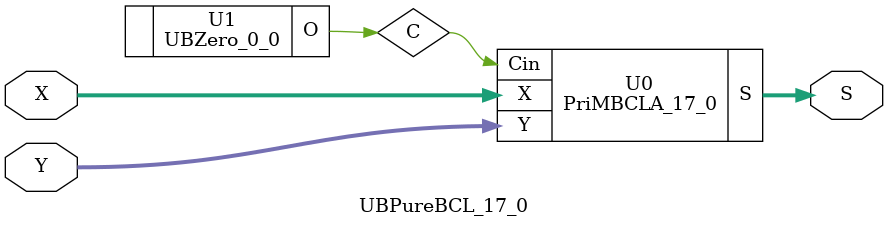
<source format=v>
/*----------------------------------------------------------------------------
  Copyright (c) 2021 Homma laboratory. All rights reserved.

  Top module: UBBCL_17_0_17_0

  Operand-1 length: 18
  Operand-2 length: 18
  Two-operand addition algorithm: Block carry look-ahead adder
----------------------------------------------------------------------------*/

module GPGenerator(Go, Po, A, B);
  output Go;
  output Po;
  input A;
  input B;
  assign Go = A & B;
  assign Po = A ^ B;
endmodule

module BCLAU_4(Go, Po, G, P, Cin);
  output Go;
  output Po;
  input Cin;
  input [3:0] G;
  input [3:0] P;
  assign Po = P[0] & P[1] & P[2] & P[3];
  assign Go = G[3] | ( P[3] & G[2] ) | ( P[3] & P[2] & G[1] ) | ( P[3] & P[2] & P[1] & G[0] );
endmodule

module BCLAlU_4(Go, Po, S, X, Y, Cin);
  output Go;
  output Po;
  output [3:0] S;
  input Cin;
  input [3:0] X;
  input [3:0] Y;
  wire [3:1] C;
  wire [3:0] G;
  wire [3:0] P;
  assign C[1] = G[0] | ( P[0] & Cin );
  assign C[2] = G[1] | ( P[1] & C[1] );
  assign C[3] = G[2] | ( P[2] & C[2] );
  assign S[0] = P[0] ^ Cin;
  assign S[1] = P[1] ^ C[1];
  assign S[2] = P[2] ^ C[2];
  assign S[3] = P[3] ^ C[3];
  GPGenerator U0 (G[0], P[0], X[0], Y[0]);
  GPGenerator U1 (G[1], P[1], X[1], Y[1]);
  GPGenerator U2 (G[2], P[2], X[2], Y[2]);
  GPGenerator U3 (G[3], P[3], X[3], Y[3]);
  BCLAU_4 U4 (Go, Po, G, P, Cin);
endmodule

module BCLAU_2(Go, Po, G, P, Cin);
  output Go;
  output Po;
  input Cin;
  input [1:0] G;
  input [1:0] P;
  assign Po = P[0] & P[1];
  assign Go = G[1] | ( P[1] & G[0] );
endmodule

module BCLAlU_2(Go, Po, S, X, Y, Cin);
  output Go;
  output Po;
  output [1:0] S;
  input Cin;
  input [1:0] X;
  input [1:0] Y;
  wire [1:1] C;
  wire [1:0] G;
  wire [1:0] P;
  assign C[1] = G[0] | ( P[0] & Cin );
  assign S[0] = P[0] ^ Cin;
  assign S[1] = P[1] ^ C[1];
  GPGenerator U0 (G[0], P[0], X[0], Y[0]);
  GPGenerator U1 (G[1], P[1], X[1], Y[1]);
  BCLAU_2 U2 (Go, Po, G, P, Cin);
endmodule

module BCLAU_1(Go, Po, G, P, Cin);
  output Go;
  output Po;
  input Cin;
  input G;
  input P;
  assign Po = P;
  assign Go = G;
endmodule

module PriMBCLA_17_0(S, X, Y, Cin);
  output [18:0] S;
  input Cin;
  input [17:0] X;
  input [17:0] Y;
  wire [4:0] C1;
  wire [1:0] C2;
  wire [4:0] G1;
  wire [1:0] G2;
  wire [4:0] P1;
  wire [1:0] P2;
  assign C1[0] = C2[0];
  assign C1[1] = G1[0] | ( P1[0] & C1[0] );
  assign C1[2] = G1[1] | ( P1[1] & C1[1] );
  assign C1[3] = G1[2] | ( P1[2] & C1[2] );
  assign C1[4] = C2[1];
  assign C2[0] = Cin;
  assign C2[1] = G2[0] | ( P2[0] & C2[0] );
  assign S[18] = G2[1] | ( P2[1] & C2[1] );
  BCLAlU_4 U0 (G1[0], P1[0], S[3:0], X[3:0], Y[3:0], C1[0]);
  BCLAlU_4 U1 (G1[1], P1[1], S[7:4], X[7:4], Y[7:4], C1[1]);
  BCLAlU_4 U2 (G1[2], P1[2], S[11:8], X[11:8], Y[11:8], C1[2]);
  BCLAlU_4 U3 (G1[3], P1[3], S[15:12], X[15:12], Y[15:12], C1[3]);
  BCLAlU_2 U4 (G1[4], P1[4], S[17:16], X[17:16], Y[17:16], C1[4]);
  BCLAU_4 U5 (G2[0], P2[0], G1[3:0], P1[3:0], C2[0]);
  BCLAU_1 U6 (G2[1], P2[1], G1[4], P1[4], C2[1]);
endmodule

module UBZero_0_0(O);
  output [0:0] O;
  assign O[0] = 0;
endmodule

module UBBCL_17_0_17_0 (S, X, Y);
  output [18:0] S;
  input [17:0] X;
  input [17:0] Y;
  UBPureBCL_17_0 U0 (S[18:0], X[17:0], Y[17:0]);
endmodule

module UBPureBCL_17_0 (S, X, Y);
  output [18:0] S;
  input [17:0] X;
  input [17:0] Y;
  wire C;
  PriMBCLA_17_0 U0 (S, X, Y, C);
  UBZero_0_0 U1 (C);
endmodule


</source>
